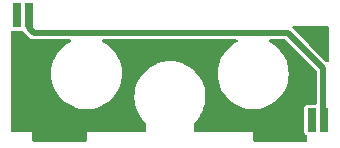
<source format=gtl>
G04 #@! TF.GenerationSoftware,KiCad,Pcbnew,7.0.5*
G04 #@! TF.CreationDate,2024-01-12T08:26:28+09:00*
G04 #@! TF.ProjectId,uglyMotorGaurd,75676c79-4d6f-4746-9f72-47617572642e,rev?*
G04 #@! TF.SameCoordinates,Original*
G04 #@! TF.FileFunction,Copper,L1,Top*
G04 #@! TF.FilePolarity,Positive*
%FSLAX46Y46*%
G04 Gerber Fmt 4.6, Leading zero omitted, Abs format (unit mm)*
G04 Created by KiCad (PCBNEW 7.0.5) date 2024-01-12 08:26:28*
%MOMM*%
%LPD*%
G01*
G04 APERTURE LIST*
G04 Aperture macros list*
%AMRoundRect*
0 Rectangle with rounded corners*
0 $1 Rounding radius*
0 $2 $3 $4 $5 $6 $7 $8 $9 X,Y pos of 4 corners*
0 Add a 4 corners polygon primitive as box body*
4,1,4,$2,$3,$4,$5,$6,$7,$8,$9,$2,$3,0*
0 Add four circle primitives for the rounded corners*
1,1,$1+$1,$2,$3*
1,1,$1+$1,$4,$5*
1,1,$1+$1,$6,$7*
1,1,$1+$1,$8,$9*
0 Add four rect primitives between the rounded corners*
20,1,$1+$1,$2,$3,$4,$5,0*
20,1,$1+$1,$4,$5,$6,$7,0*
20,1,$1+$1,$6,$7,$8,$9,0*
20,1,$1+$1,$8,$9,$2,$3,0*%
G04 Aperture macros list end*
G04 #@! TA.AperFunction,SMDPad,CuDef*
%ADD10RoundRect,0.075000X0.300000X-0.925000X0.300000X0.925000X-0.300000X0.925000X-0.300000X-0.925000X0*%
G04 #@! TD*
G04 #@! TA.AperFunction,SMDPad,CuDef*
%ADD11RoundRect,0.075000X-0.300000X0.925000X-0.300000X-0.925000X0.300000X-0.925000X0.300000X0.925000X0*%
G04 #@! TD*
G04 #@! TA.AperFunction,ViaPad*
%ADD12C,0.600000*%
G04 #@! TD*
G04 #@! TA.AperFunction,Conductor*
%ADD13C,0.500000*%
G04 #@! TD*
G04 APERTURE END LIST*
D10*
X87050000Y-88825000D03*
X88050000Y-88825000D03*
D11*
X113050000Y-97675000D03*
X112050000Y-97675000D03*
D12*
X87050000Y-88850000D03*
X112050000Y-97700000D03*
X113050000Y-97700000D03*
X88050000Y-88850000D03*
D13*
X88050000Y-89850000D02*
X88050000Y-88850000D01*
X113000000Y-93300000D02*
X110000000Y-90300000D01*
X88500000Y-90300000D02*
X88050000Y-89850000D01*
X110000000Y-90300000D02*
X88500000Y-90300000D01*
X113000000Y-97650000D02*
X113000000Y-93300000D01*
X113050000Y-97700000D02*
X113000000Y-97650000D01*
G04 #@! TA.AperFunction,NonConductor*
G36*
X113392539Y-89720185D02*
G01*
X113438294Y-89772989D01*
X113449500Y-89824500D01*
X113449500Y-92671613D01*
X113429815Y-92738652D01*
X113377011Y-92784407D01*
X113307853Y-92794351D01*
X113244297Y-92765326D01*
X113237819Y-92759294D01*
X111817671Y-91339146D01*
X110396626Y-89918101D01*
X110395183Y-89916607D01*
X110388203Y-89909133D01*
X110356834Y-89846702D01*
X110364197Y-89777221D01*
X110407955Y-89722751D01*
X110474216Y-89700586D01*
X110478830Y-89700500D01*
X113325500Y-89700500D01*
X113392539Y-89720185D01*
G37*
G04 #@! TD.AperFunction*
G04 #@! TA.AperFunction,NonConductor*
G36*
X87468465Y-90115607D02*
G01*
X87525498Y-90114802D01*
X87584804Y-90151742D01*
X87600334Y-90173488D01*
X87607232Y-90185757D01*
X87638530Y-90217055D01*
X87642787Y-90221772D01*
X87670722Y-90256108D01*
X87685381Y-90266455D01*
X87701552Y-90280077D01*
X88103355Y-90681879D01*
X88104798Y-90683373D01*
X88149320Y-90731044D01*
X88187140Y-90754042D01*
X88192379Y-90757607D01*
X88227658Y-90784361D01*
X88244353Y-90790944D01*
X88263290Y-90800351D01*
X88278618Y-90809672D01*
X88321247Y-90821616D01*
X88327263Y-90823639D01*
X88368436Y-90839876D01*
X88386287Y-90841711D01*
X88407052Y-90845657D01*
X88424335Y-90850500D01*
X88468594Y-90850500D01*
X88474935Y-90850824D01*
X88518972Y-90855352D01*
X88536655Y-90852303D01*
X88557724Y-90850500D01*
X91514563Y-90850500D01*
X91581602Y-90870185D01*
X91627357Y-90922989D01*
X91637301Y-90992147D01*
X91608276Y-91055703D01*
X91570214Y-91085310D01*
X91447203Y-91147088D01*
X91155194Y-91339146D01*
X91155186Y-91339152D01*
X90887442Y-91563817D01*
X90887440Y-91563819D01*
X90647589Y-91818044D01*
X90647584Y-91818050D01*
X90438870Y-92098402D01*
X90264113Y-92401091D01*
X90264107Y-92401104D01*
X90125674Y-92722027D01*
X90025430Y-93056865D01*
X90025428Y-93056872D01*
X89964739Y-93401061D01*
X89964738Y-93401072D01*
X89944415Y-93749996D01*
X89944415Y-93750003D01*
X89964738Y-94098927D01*
X89964739Y-94098938D01*
X90025428Y-94443127D01*
X90025430Y-94443134D01*
X90125674Y-94777972D01*
X90264107Y-95098895D01*
X90264113Y-95098908D01*
X90438870Y-95401597D01*
X90647584Y-95681949D01*
X90647589Y-95681955D01*
X90745879Y-95786135D01*
X90887442Y-95936183D01*
X91005898Y-96035579D01*
X91155186Y-96160847D01*
X91155194Y-96160853D01*
X91447203Y-96352911D01*
X91447207Y-96352913D01*
X91759549Y-96509777D01*
X92087989Y-96629319D01*
X92428086Y-96709923D01*
X92775241Y-96750500D01*
X92775248Y-96750500D01*
X93124752Y-96750500D01*
X93124759Y-96750500D01*
X93471914Y-96709923D01*
X93812011Y-96629319D01*
X94140451Y-96509777D01*
X94452793Y-96352913D01*
X94744811Y-96160849D01*
X95012558Y-95936183D01*
X95252412Y-95681953D01*
X95461130Y-95401596D01*
X95635889Y-95098904D01*
X95774326Y-94777971D01*
X95874569Y-94443136D01*
X95880159Y-94411438D01*
X95927516Y-94142854D01*
X95935262Y-94098927D01*
X95955585Y-93750000D01*
X95935262Y-93401073D01*
X95919100Y-93309413D01*
X95874571Y-93056872D01*
X95874569Y-93056865D01*
X95855234Y-92992282D01*
X95774326Y-92722029D01*
X95635889Y-92401096D01*
X95461130Y-92098404D01*
X95461129Y-92098402D01*
X95252415Y-91818050D01*
X95252410Y-91818044D01*
X95136433Y-91695117D01*
X95012558Y-91563817D01*
X94864488Y-91439572D01*
X94744813Y-91339152D01*
X94744805Y-91339146D01*
X94452796Y-91147088D01*
X94329786Y-91085310D01*
X94278712Y-91037632D01*
X94261522Y-90969910D01*
X94283675Y-90903645D01*
X94338136Y-90859876D01*
X94385437Y-90850500D01*
X105614563Y-90850500D01*
X105681602Y-90870185D01*
X105727357Y-90922989D01*
X105737301Y-90992147D01*
X105708276Y-91055703D01*
X105670214Y-91085310D01*
X105547203Y-91147088D01*
X105255194Y-91339146D01*
X105255186Y-91339152D01*
X104987442Y-91563817D01*
X104987440Y-91563819D01*
X104747589Y-91818044D01*
X104747584Y-91818050D01*
X104538870Y-92098402D01*
X104364113Y-92401091D01*
X104364107Y-92401104D01*
X104225674Y-92722027D01*
X104125430Y-93056865D01*
X104125428Y-93056872D01*
X104064739Y-93401061D01*
X104064738Y-93401072D01*
X104044415Y-93749996D01*
X104044415Y-93750003D01*
X104064738Y-94098927D01*
X104064739Y-94098938D01*
X104125428Y-94443127D01*
X104125430Y-94443134D01*
X104225674Y-94777972D01*
X104364107Y-95098895D01*
X104364113Y-95098908D01*
X104538870Y-95401597D01*
X104747584Y-95681949D01*
X104747589Y-95681955D01*
X104845879Y-95786135D01*
X104987442Y-95936183D01*
X105105898Y-96035579D01*
X105255186Y-96160847D01*
X105255194Y-96160853D01*
X105547203Y-96352911D01*
X105547207Y-96352913D01*
X105859549Y-96509777D01*
X106187989Y-96629319D01*
X106528086Y-96709923D01*
X106875241Y-96750500D01*
X106875248Y-96750500D01*
X107224752Y-96750500D01*
X107224759Y-96750500D01*
X107571914Y-96709923D01*
X107912011Y-96629319D01*
X108240451Y-96509777D01*
X108552793Y-96352913D01*
X108844811Y-96160849D01*
X109112558Y-95936183D01*
X109352412Y-95681953D01*
X109561130Y-95401596D01*
X109735889Y-95098904D01*
X109874326Y-94777971D01*
X109974569Y-94443136D01*
X109980159Y-94411438D01*
X110027516Y-94142854D01*
X110035262Y-94098927D01*
X110055585Y-93750000D01*
X110035262Y-93401073D01*
X110019100Y-93309413D01*
X109974571Y-93056872D01*
X109974569Y-93056865D01*
X109955234Y-92992282D01*
X109874326Y-92722029D01*
X109735889Y-92401096D01*
X109561130Y-92098404D01*
X109561129Y-92098402D01*
X109352415Y-91818050D01*
X109352410Y-91818044D01*
X109236433Y-91695117D01*
X109112558Y-91563817D01*
X108964488Y-91439572D01*
X108844813Y-91339152D01*
X108844805Y-91339146D01*
X108552796Y-91147088D01*
X108429786Y-91085310D01*
X108378712Y-91037632D01*
X108361522Y-90969910D01*
X108383675Y-90903645D01*
X108438136Y-90859876D01*
X108485437Y-90850500D01*
X109720613Y-90850500D01*
X109787652Y-90870185D01*
X109808294Y-90886819D01*
X112413181Y-93491706D01*
X112446666Y-93553029D01*
X112449500Y-93579387D01*
X112449500Y-96250500D01*
X112429815Y-96317539D01*
X112377011Y-96363294D01*
X112325500Y-96374500D01*
X111714364Y-96374500D01*
X111641375Y-96385134D01*
X111641373Y-96385134D01*
X111641371Y-96385135D01*
X111528789Y-96440172D01*
X111440172Y-96528789D01*
X111385135Y-96641371D01*
X111385134Y-96641373D01*
X111385134Y-96641375D01*
X111374500Y-96714364D01*
X111374500Y-98635636D01*
X111385134Y-98708625D01*
X111385134Y-98708626D01*
X111385135Y-98708628D01*
X111440172Y-98821210D01*
X111528787Y-98909825D01*
X111528788Y-98909825D01*
X111528789Y-98909826D01*
X111579960Y-98934842D01*
X111631542Y-98981968D01*
X111649500Y-99046242D01*
X111649500Y-99375500D01*
X111629815Y-99442539D01*
X111577011Y-99488294D01*
X111525500Y-99499500D01*
X107174500Y-99499500D01*
X107107461Y-99479815D01*
X107061706Y-99427011D01*
X107050500Y-99375500D01*
X107050500Y-98724759D01*
X107050528Y-98724616D01*
X107050524Y-98724616D01*
X107050539Y-98700002D01*
X107050541Y-98700000D01*
X107050462Y-98699808D01*
X107050384Y-98699618D01*
X107050383Y-98699617D01*
X107050381Y-98699616D01*
X107050090Y-98699496D01*
X107050001Y-98699459D01*
X107025446Y-98699459D01*
X107025240Y-98699500D01*
X102124500Y-98699500D01*
X102057461Y-98679815D01*
X102011706Y-98627011D01*
X102000500Y-98575500D01*
X102000499Y-97991746D01*
X102020183Y-97924707D01*
X102041829Y-97899325D01*
X102125908Y-97824126D01*
X102350330Y-97572790D01*
X102462182Y-97415018D01*
X102464090Y-97412472D01*
X102513861Y-97349494D01*
X102521659Y-97331125D01*
X102545206Y-97297912D01*
X102643411Y-97120066D01*
X102644922Y-97117484D01*
X102685252Y-97052281D01*
X102690386Y-97034997D01*
X102708085Y-97002946D01*
X102789734Y-96805631D01*
X102790886Y-96803024D01*
X102821680Y-96737460D01*
X102824493Y-96721635D01*
X102836913Y-96691620D01*
X102836921Y-96691601D01*
X102899042Y-96475706D01*
X102899842Y-96473140D01*
X102921350Y-96409150D01*
X102922236Y-96395096D01*
X102930094Y-96367790D01*
X102930857Y-96363294D01*
X102958291Y-96201520D01*
X102969672Y-96134410D01*
X102970149Y-96131916D01*
X102982969Y-96071589D01*
X102982368Y-96059547D01*
X102986432Y-96035584D01*
X103000371Y-95786077D01*
X103000550Y-95783708D01*
X103005718Y-95729204D01*
X103004100Y-95719338D01*
X103005228Y-95699160D01*
X102990334Y-95435240D01*
X102990249Y-95433009D01*
X102989304Y-95386456D01*
X102987152Y-95378839D01*
X102986244Y-95362751D01*
X102986244Y-95362746D01*
X102939183Y-95086184D01*
X102938873Y-95084162D01*
X102933927Y-95047787D01*
X102931738Y-95042434D01*
X102929720Y-95030572D01*
X102846919Y-94743409D01*
X102846431Y-94741611D01*
X102840306Y-94717628D01*
X102838571Y-94714458D01*
X102836365Y-94706807D01*
X102768811Y-94543818D01*
X102713931Y-94411404D01*
X102713298Y-94409814D01*
X102709657Y-94400283D01*
X102708841Y-94399123D01*
X102707357Y-94395542D01*
X102707347Y-94395523D01*
X102544311Y-94100664D01*
X102349282Y-93825896D01*
X102124720Y-93574686D01*
X102100479Y-93553029D01*
X101931186Y-93401779D01*
X101873447Y-93350194D01*
X101873444Y-93350192D01*
X101873442Y-93350190D01*
X101598626Y-93155242D01*
X101598620Y-93155238D01*
X101303709Y-92992282D01*
X101303695Y-92992275D01*
X100992394Y-92863356D01*
X100668609Y-92770093D01*
X100385661Y-92722027D01*
X100336414Y-92713661D01*
X100000000Y-92694772D01*
X99663585Y-92713661D01*
X99516473Y-92738652D01*
X99331391Y-92770093D01*
X99007605Y-92863356D01*
X98696304Y-92992275D01*
X98696290Y-92992282D01*
X98401379Y-93155238D01*
X98401373Y-93155242D01*
X98126557Y-93350190D01*
X98126549Y-93350197D01*
X97875282Y-93574683D01*
X97650718Y-93825895D01*
X97455689Y-94100663D01*
X97455688Y-94100664D01*
X97292652Y-94395523D01*
X97292639Y-94395550D01*
X97291150Y-94399142D01*
X97290442Y-94400019D01*
X97286696Y-94409826D01*
X97286054Y-94411438D01*
X97163635Y-94706805D01*
X97163633Y-94706813D01*
X97161427Y-94714463D01*
X97159877Y-94716900D01*
X97153555Y-94741659D01*
X97153056Y-94743494D01*
X97070281Y-95030566D01*
X97070280Y-95030570D01*
X97068260Y-95042441D01*
X97066235Y-95046588D01*
X97061121Y-95084187D01*
X97060808Y-95086232D01*
X97013756Y-95362748D01*
X97012847Y-95378847D01*
X97010728Y-95384797D01*
X97009749Y-95433036D01*
X97009663Y-95435270D01*
X96994772Y-95699159D01*
X96994771Y-95699163D01*
X96995899Y-95719344D01*
X96994081Y-95727113D01*
X96999451Y-95783741D01*
X96999631Y-95786135D01*
X97013567Y-96035579D01*
X97017633Y-96059552D01*
X97016503Y-96069110D01*
X97029855Y-96131942D01*
X97030336Y-96134463D01*
X97069904Y-96367786D01*
X97077764Y-96395099D01*
X97077703Y-96406337D01*
X97100164Y-96473165D01*
X97100977Y-96475774D01*
X97163079Y-96691601D01*
X97163085Y-96691620D01*
X97175509Y-96721643D01*
X97176874Y-96734388D01*
X97209121Y-96803047D01*
X97210292Y-96805697D01*
X97291913Y-97002943D01*
X97309616Y-97035001D01*
X97312739Y-97049038D01*
X97355087Y-97117503D01*
X97356614Y-97120113D01*
X97454794Y-97297912D01*
X97454796Y-97297915D01*
X97478347Y-97331134D01*
X97483520Y-97346183D01*
X97535921Y-97412489D01*
X97537844Y-97415057D01*
X97649670Y-97572790D01*
X97874092Y-97824126D01*
X97874101Y-97824134D01*
X97874103Y-97824136D01*
X97958165Y-97899321D01*
X97995011Y-97958685D01*
X97999500Y-97991746D01*
X97999500Y-98575500D01*
X97979815Y-98642539D01*
X97927011Y-98688294D01*
X97875500Y-98699500D01*
X92974760Y-98699500D01*
X92974554Y-98699459D01*
X92949998Y-98699459D01*
X92949909Y-98699496D01*
X92949619Y-98699615D01*
X92949615Y-98699618D01*
X92949459Y-98699999D01*
X92949476Y-98724616D01*
X92949471Y-98724616D01*
X92949500Y-98724759D01*
X92949500Y-99375500D01*
X92929815Y-99442539D01*
X92877011Y-99488294D01*
X92825500Y-99499500D01*
X88474500Y-99499500D01*
X88407461Y-99479815D01*
X88361706Y-99427011D01*
X88350500Y-99375500D01*
X88350500Y-98724759D01*
X88350528Y-98724616D01*
X88350524Y-98724616D01*
X88350539Y-98700002D01*
X88350541Y-98700000D01*
X88350462Y-98699808D01*
X88350384Y-98699618D01*
X88350383Y-98699617D01*
X88350381Y-98699616D01*
X88350090Y-98699496D01*
X88350001Y-98699459D01*
X88325446Y-98699459D01*
X88325240Y-98699500D01*
X86674500Y-98699500D01*
X86607461Y-98679815D01*
X86561706Y-98627011D01*
X86550500Y-98575500D01*
X86550500Y-90245000D01*
X86570185Y-90177961D01*
X86622989Y-90132206D01*
X86692143Y-90122262D01*
X86714364Y-90125500D01*
X86714368Y-90125500D01*
X87385630Y-90125500D01*
X87385636Y-90125500D01*
X87458625Y-90114866D01*
X87458626Y-90114865D01*
X87468155Y-90113477D01*
X87468465Y-90115607D01*
G37*
G04 #@! TD.AperFunction*
M02*

</source>
